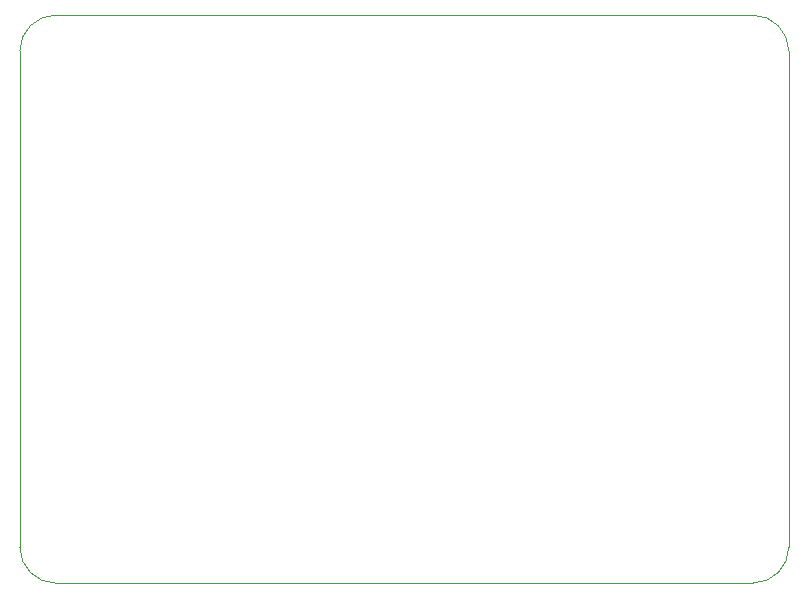
<source format=gko>
G04 Layer_Color=16720538*
%FSLAX24Y24*%
%MOIN*%
G70*
G01*
G75*
%ADD76C,0.0039*%
%ADD115C,0.0039*%
D76*
X3917Y27165D02*
G03*
X5118Y25965I1201J0D01*
G01*
Y44902D02*
G03*
X3917Y43701I0J-1201D01*
G01*
X28346Y25965D02*
G03*
X29547Y27165I0J1201D01*
G01*
Y43701D02*
G03*
X28346Y44902I-1201J0D01*
G01*
X3917Y27165D02*
Y43701D01*
Y43701D01*
Y43701D02*
Y43701D01*
X5118Y25965D02*
X28346D01*
X29547Y27165D02*
Y43701D01*
X5118Y44902D02*
X28346D01*
D115*
X3917Y43701D02*
D03*
D03*
M02*

</source>
